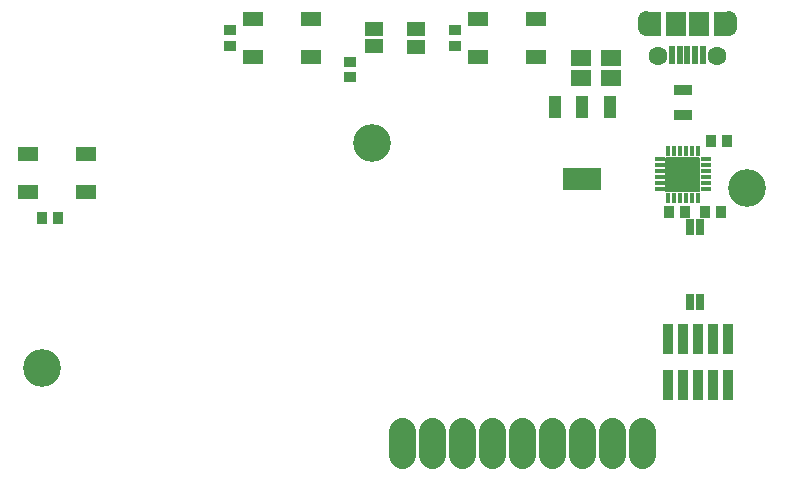
<source format=gbr>
G04 EAGLE Gerber RS-274X export*
G75*
%MOMM*%
%FSLAX34Y34*%
%LPD*%
%INSoldermask Bottom*%
%IPPOS*%
%AMOC8*
5,1,8,0,0,1.08239X$1,22.5*%
G01*
%ADD10C,3.200400*%
%ADD11R,1.652400X1.152400*%
%ADD12R,1.052400X0.852400*%
%ADD13R,0.965200X0.457200*%
%ADD14R,0.457200X0.965200*%
%ADD15R,2.743200X2.743200*%
%ADD16C,0.152400*%
%ADD17R,0.852400X1.052400*%
%ADD18R,1.552400X1.202400*%
%ADD19R,1.652400X1.452400*%
%ADD20R,0.558800X1.498600*%
%ADD21C,1.600200*%
%ADD22R,1.651000X2.057400*%
%ADD23C,1.346200*%
%ADD24R,1.352906X2.057400*%
%ADD25R,1.003200X1.913600*%
%ADD26R,3.303200X1.913600*%
%ADD27R,0.482600X0.914400*%
%ADD28R,0.752400X1.352400*%
%ADD29C,2.247900*%
%ADD30R,0.914400X2.540000*%


D10*
X317500Y279400D03*
X38100Y88900D03*
X635000Y241300D03*
D11*
X407300Y352300D03*
X407300Y384300D03*
X456300Y384300D03*
X456300Y352300D03*
X216800Y352300D03*
X216800Y384300D03*
X265800Y384300D03*
X265800Y352300D03*
D12*
X387350Y361800D03*
X387350Y374800D03*
X196850Y361800D03*
X196850Y374800D03*
D13*
X600075Y265430D03*
X600075Y260350D03*
X600075Y255270D03*
X600075Y250190D03*
X600075Y245110D03*
X600075Y240030D03*
D14*
X593090Y233045D03*
X588010Y233045D03*
X582930Y233045D03*
X577850Y233045D03*
X572770Y233045D03*
X567690Y233045D03*
D13*
X560705Y240030D03*
X560705Y245110D03*
X560705Y250190D03*
X560705Y255270D03*
X560705Y260350D03*
X560705Y265430D03*
D14*
X567690Y272415D03*
X572770Y272415D03*
X577850Y272415D03*
X582930Y272415D03*
X588010Y272415D03*
X593090Y272415D03*
D15*
X580390Y252730D03*
D16*
X594360Y266700D02*
X594360Y238760D01*
X566420Y238760D01*
X566420Y266700D01*
X594360Y266700D01*
D12*
X298450Y348130D03*
X298450Y335130D03*
D17*
X604370Y280670D03*
X617370Y280670D03*
D18*
X318550Y361050D03*
X318550Y375800D03*
X354550Y375800D03*
X354550Y360800D03*
D19*
X519430Y334400D03*
X519430Y351400D03*
D20*
X571184Y353422D03*
X577684Y353422D03*
X584184Y353422D03*
X590684Y353422D03*
X597184Y353422D03*
D21*
X559308Y353314D03*
X609092Y353314D03*
D22*
X574184Y380422D03*
X594184Y380422D03*
D23*
X619184Y383978D02*
X619184Y376866D01*
X549184Y376866D02*
X549184Y383978D01*
D24*
X555184Y380422D03*
X613175Y380422D03*
D25*
X472300Y309650D03*
X495300Y309650D03*
X518300Y309650D03*
D26*
X495300Y249150D03*
D19*
X494030Y334400D03*
X494030Y351400D03*
D27*
X575390Y323977D03*
X580390Y323977D03*
X585390Y323977D03*
X585390Y303403D03*
X580390Y303403D03*
X575390Y303403D03*
D17*
X599290Y220980D03*
X612290Y220980D03*
X581810Y220980D03*
X568810Y220980D03*
D28*
X586050Y208030D03*
X595050Y208030D03*
X586050Y145030D03*
X595050Y145030D03*
D29*
X368300Y35878D02*
X368300Y14923D01*
X393700Y14923D02*
X393700Y35878D01*
X419100Y35878D02*
X419100Y14923D01*
X444500Y14923D02*
X444500Y35878D01*
X469900Y35878D02*
X469900Y14923D01*
X495300Y14923D02*
X495300Y35878D01*
X520700Y35878D02*
X520700Y14923D01*
X546100Y14923D02*
X546100Y35878D01*
D11*
X26300Y238000D03*
X26300Y270000D03*
X75300Y270000D03*
X75300Y238000D03*
D17*
X37950Y215900D03*
X50950Y215900D03*
D30*
X618490Y74030D03*
X618490Y113030D03*
X605790Y74030D03*
X605790Y113030D03*
X593090Y74030D03*
X593090Y113030D03*
X580390Y74030D03*
X580390Y113030D03*
X567690Y74030D03*
X567690Y113030D03*
D29*
X342900Y35878D02*
X342900Y14923D01*
M02*

</source>
